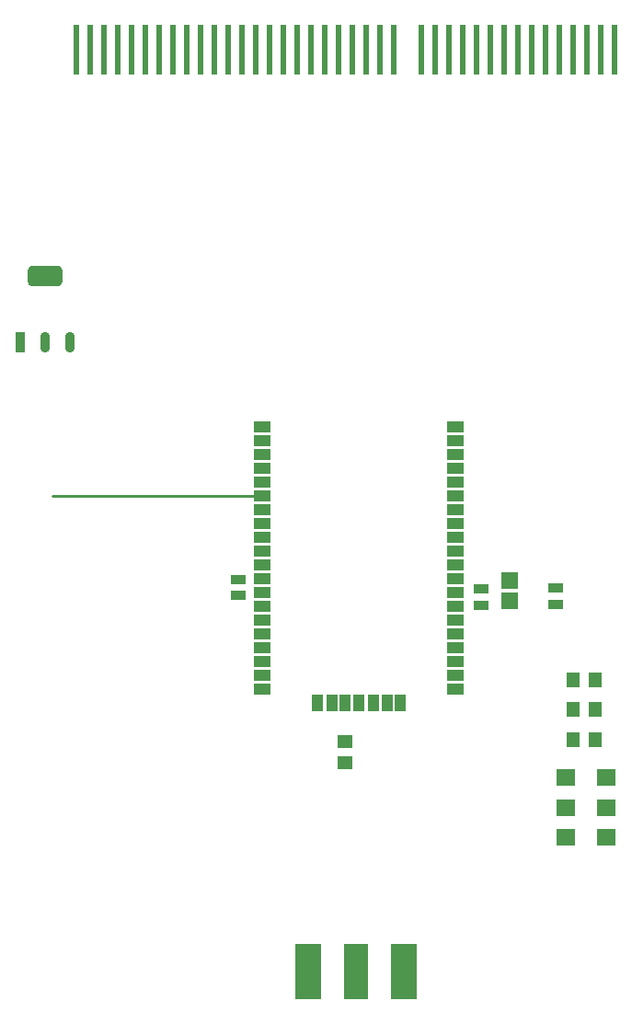
<source format=gbr>
%TF.GenerationSoftware,Altium Limited,Altium Designer,23.3.1 (30)*%
G04 Layer_Color=8421504*
%FSLAX45Y45*%
%MOMM*%
%TF.SameCoordinates,1C6A76D4-FC78-4FE7-9AFF-FEA26D458E01*%
%TF.FilePolarity,Positive*%
%TF.FileFunction,Paste,Top*%
%TF.Part,Single*%
G01*
G75*
%TA.AperFunction,SMDPad,CuDef*%
%ADD11R,1.52400X1.01600*%
%ADD12R,1.01600X1.52400*%
%ADD13R,0.91981X1.90415*%
G04:AMPARAMS|DCode=14|XSize=1.90415mm|YSize=0.91981mm|CornerRadius=0.4599mm|HoleSize=0mm|Usage=FLASHONLY|Rotation=90.000|XOffset=0mm|YOffset=0mm|HoleType=Round|Shape=RoundedRectangle|*
%AMROUNDEDRECTD14*
21,1,1.90415,0.00000,0,0,90.0*
21,1,0.98435,0.91981,0,0,90.0*
1,1,0.91981,0.00000,0.49217*
1,1,0.91981,0.00000,-0.49217*
1,1,0.91981,0.00000,-0.49217*
1,1,0.91981,0.00000,0.49217*
%
%ADD14ROUNDEDRECTD14*%
G04:AMPARAMS|DCode=15|XSize=1.90415mm|YSize=3.21981mm|CornerRadius=0.457mm|HoleSize=0mm|Usage=FLASHONLY|Rotation=90.000|XOffset=0mm|YOffset=0mm|HoleType=Round|Shape=RoundedRectangle|*
%AMROUNDEDRECTD15*
21,1,1.90415,2.30581,0,0,90.0*
21,1,0.99016,3.21981,0,0,90.0*
1,1,0.91399,1.15291,0.49508*
1,1,0.91399,1.15291,-0.49508*
1,1,0.91399,-1.15291,-0.49508*
1,1,0.91399,-1.15291,0.49508*
%
%ADD15ROUNDEDRECTD15*%
%ADD16R,1.35000X0.95000*%
%ADD17R,1.31583X0.90606*%
%ADD18R,1.55000X1.50000*%
%ADD19R,1.45000X1.20000*%
%ADD20R,1.20000X1.45000*%
%ADD21R,1.75000X1.50000*%
%ADD22R,2.41300X5.08000*%
%ADD23R,2.28600X5.08000*%
%ADD24R,0.53000X4.57200*%
%TA.AperFunction,Conductor*%
%ADD27C,0.29200*%
D11*
X5810000Y6286500D02*
D03*
Y6159500D02*
D03*
Y6032500D02*
D03*
Y5905500D02*
D03*
Y5778500D02*
D03*
Y5651500D02*
D03*
Y5524500D02*
D03*
Y5397500D02*
D03*
Y5270500D02*
D03*
Y5143500D02*
D03*
Y5016500D02*
D03*
Y4889500D02*
D03*
Y4762500D02*
D03*
Y4635500D02*
D03*
Y4508500D02*
D03*
Y4381500D02*
D03*
Y4254500D02*
D03*
Y4127500D02*
D03*
Y4000500D02*
D03*
Y3873500D02*
D03*
X4030000Y6286500D02*
D03*
Y6159500D02*
D03*
Y6032500D02*
D03*
Y5905500D02*
D03*
Y5778500D02*
D03*
Y5651500D02*
D03*
Y5524500D02*
D03*
Y5397500D02*
D03*
Y5270500D02*
D03*
Y5143500D02*
D03*
Y5016500D02*
D03*
Y4889500D02*
D03*
Y4762500D02*
D03*
Y4635500D02*
D03*
Y4508500D02*
D03*
Y4381500D02*
D03*
Y4254500D02*
D03*
Y4127500D02*
D03*
Y4000500D02*
D03*
Y3873500D02*
D03*
D12*
X5300000Y3746500D02*
D03*
X5180000D02*
D03*
X5050000D02*
D03*
X4920000D02*
D03*
X4790000D02*
D03*
X4670000D02*
D03*
X4540000D02*
D03*
D13*
X1800000Y7065000D02*
D03*
D14*
X2030000D02*
D03*
X2260000D02*
D03*
D15*
X2030000Y7675000D02*
D03*
D16*
X3810000Y4885000D02*
D03*
Y4735000D02*
D03*
X6040000Y4645000D02*
D03*
Y4795000D02*
D03*
D17*
X6730000Y4807608D02*
D03*
Y4652392D02*
D03*
D18*
X6310000Y4870000D02*
D03*
Y4690000D02*
D03*
D19*
X4787500Y3192500D02*
D03*
Y3392500D02*
D03*
D20*
X6890000Y3960000D02*
D03*
X7090000D02*
D03*
X6890000Y3690000D02*
D03*
X7090000D02*
D03*
X6890000Y3410000D02*
D03*
X7090000D02*
D03*
D21*
X6820000Y2510000D02*
D03*
X7195000D02*
D03*
X6820000Y2780000D02*
D03*
X7195000D02*
D03*
X6820000Y3060000D02*
D03*
X7195000D02*
D03*
D22*
X4451850Y1270000D02*
D03*
X5328150D02*
D03*
D23*
X4890000D02*
D03*
D24*
X2317650Y9760000D02*
D03*
X2444650D02*
D03*
X2571650D02*
D03*
X2698650D02*
D03*
X2825650D02*
D03*
X2952650D02*
D03*
X3079650D02*
D03*
X3206650D02*
D03*
X3333650D02*
D03*
X3460650D02*
D03*
X3587650D02*
D03*
X3714650D02*
D03*
X3841650D02*
D03*
X3968650D02*
D03*
X4095650D02*
D03*
X4222650D02*
D03*
X4349650D02*
D03*
X4476650D02*
D03*
X4603650D02*
D03*
X4730650D02*
D03*
X4857650D02*
D03*
X4984650D02*
D03*
X5111650D02*
D03*
X5238650D02*
D03*
X5492650D02*
D03*
X5619650D02*
D03*
X5746650D02*
D03*
X5873650D02*
D03*
X6000650D02*
D03*
X6127650D02*
D03*
X6254650D02*
D03*
X6381650D02*
D03*
X6508650D02*
D03*
X6635650D02*
D03*
X6762650D02*
D03*
X6889650D02*
D03*
X7016650D02*
D03*
X7143650D02*
D03*
X7270650D02*
D03*
D27*
X2100964Y5651500D02*
X4030000D01*
%TF.MD5,4b3ac4e665e73364731f547f6087a846*%
M02*

</source>
